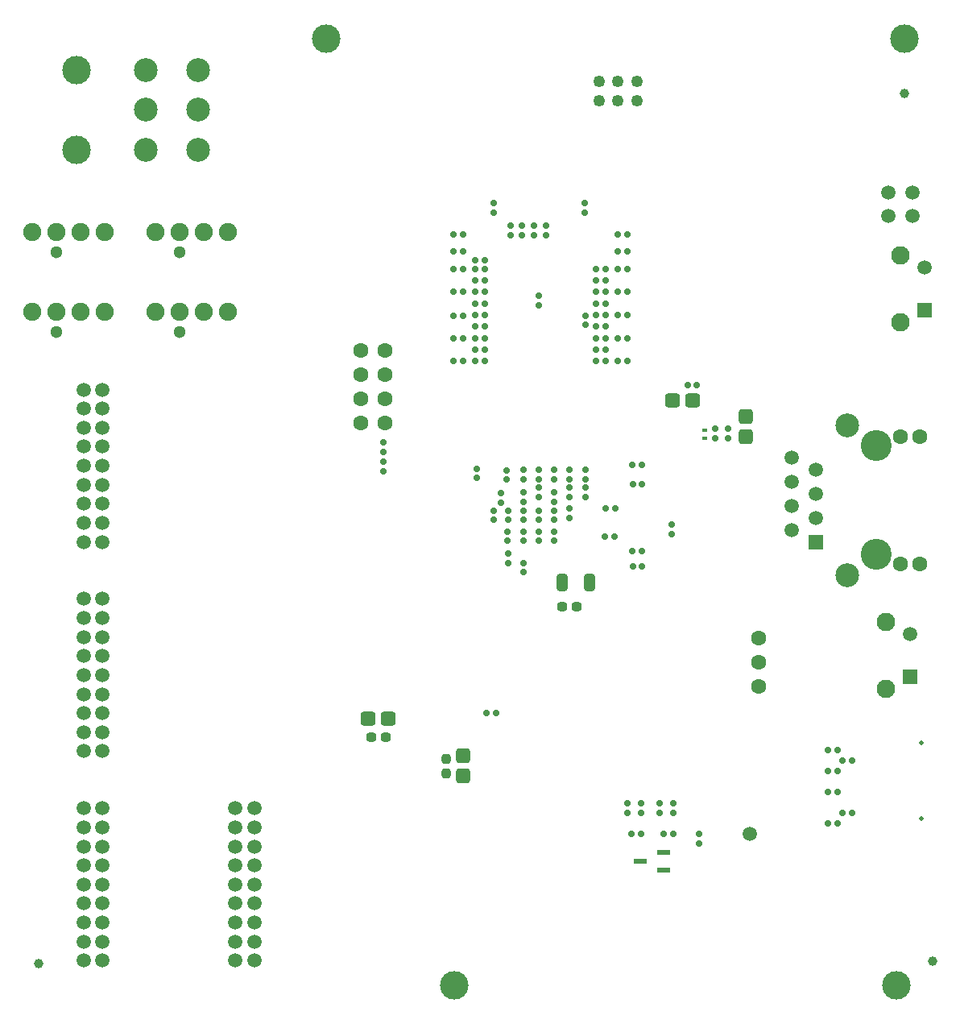
<source format=gbr>
G04*
G04 #@! TF.GenerationSoftware,Altium Limited,Altium Designer,24.2.2 (26)*
G04*
G04 Layer_Color=255*
%FSLAX44Y44*%
%MOMM*%
G71*
G04*
G04 #@! TF.SameCoordinates,D1F85D35-12B9-47B7-842E-F7ABDB1EEA32*
G04*
G04*
G04 #@! TF.FilePolarity,Positive*
G04*
G01*
G75*
G04:AMPARAMS|DCode=22|XSize=0.7mm|YSize=0.6mm|CornerRadius=0.15mm|HoleSize=0mm|Usage=FLASHONLY|Rotation=90.000|XOffset=0mm|YOffset=0mm|HoleType=Round|Shape=RoundedRectangle|*
%AMROUNDEDRECTD22*
21,1,0.7000,0.3000,0,0,90.0*
21,1,0.4000,0.6000,0,0,90.0*
1,1,0.3000,0.1500,0.2000*
1,1,0.3000,0.1500,-0.2000*
1,1,0.3000,-0.1500,-0.2000*
1,1,0.3000,-0.1500,0.2000*
%
%ADD22ROUNDEDRECTD22*%
G04:AMPARAMS|DCode=24|XSize=0.7mm|YSize=0.6mm|CornerRadius=0.15mm|HoleSize=0mm|Usage=FLASHONLY|Rotation=0.000|XOffset=0mm|YOffset=0mm|HoleType=Round|Shape=RoundedRectangle|*
%AMROUNDEDRECTD24*
21,1,0.7000,0.3000,0,0,0.0*
21,1,0.4000,0.6000,0,0,0.0*
1,1,0.3000,0.2000,-0.1500*
1,1,0.3000,-0.2000,-0.1500*
1,1,0.3000,-0.2000,0.1500*
1,1,0.3000,0.2000,0.1500*
%
%ADD24ROUNDEDRECTD24*%
G04:AMPARAMS|DCode=28|XSize=0.95mm|YSize=1mm|CornerRadius=0.2375mm|HoleSize=0mm|Usage=FLASHONLY|Rotation=90.000|XOffset=0mm|YOffset=0mm|HoleType=Round|Shape=RoundedRectangle|*
%AMROUNDEDRECTD28*
21,1,0.9500,0.5250,0,0,90.0*
21,1,0.4750,1.0000,0,0,90.0*
1,1,0.4750,0.2625,0.2375*
1,1,0.4750,0.2625,-0.2375*
1,1,0.4750,-0.2625,-0.2375*
1,1,0.4750,-0.2625,0.2375*
%
%ADD28ROUNDEDRECTD28*%
G04:AMPARAMS|DCode=30|XSize=0.95mm|YSize=1mm|CornerRadius=0.2375mm|HoleSize=0mm|Usage=FLASHONLY|Rotation=180.000|XOffset=0mm|YOffset=0mm|HoleType=Round|Shape=RoundedRectangle|*
%AMROUNDEDRECTD30*
21,1,0.9500,0.5250,0,0,180.0*
21,1,0.4750,1.0000,0,0,180.0*
1,1,0.4750,-0.2375,0.2625*
1,1,0.4750,0.2375,0.2625*
1,1,0.4750,0.2375,-0.2625*
1,1,0.4750,-0.2375,-0.2625*
%
%ADD30ROUNDEDRECTD30*%
G04:AMPARAMS|DCode=31|XSize=1.5mm|YSize=1.6mm|CornerRadius=0.375mm|HoleSize=0mm|Usage=FLASHONLY|Rotation=180.000|XOffset=0mm|YOffset=0mm|HoleType=Round|Shape=RoundedRectangle|*
%AMROUNDEDRECTD31*
21,1,1.5000,0.8500,0,0,180.0*
21,1,0.7500,1.6000,0,0,180.0*
1,1,0.7500,-0.3750,0.4250*
1,1,0.7500,0.3750,0.4250*
1,1,0.7500,0.3750,-0.4250*
1,1,0.7500,-0.3750,-0.4250*
%
%ADD31ROUNDEDRECTD31*%
%ADD94C,1.0000*%
%ADD104C,1.9000*%
%ADD105C,1.3000*%
%ADD106C,3.0000*%
%ADD107C,1.2500*%
%ADD108C,1.9500*%
%ADD109C,1.5080*%
%ADD110R,1.5080X1.5080*%
%ADD111C,1.5000*%
%ADD112C,1.6000*%
%ADD113C,0.5000*%
%ADD114R,1.5000X1.5000*%
%ADD115C,2.5000*%
%ADD116C,3.2500*%
G04:AMPARAMS|DCode=122|XSize=1.15mm|YSize=1.8mm|CornerRadius=0.2875mm|HoleSize=0mm|Usage=FLASHONLY|Rotation=180.000|XOffset=0mm|YOffset=0mm|HoleType=Round|Shape=RoundedRectangle|*
%AMROUNDEDRECTD122*
21,1,1.1500,1.2250,0,0,180.0*
21,1,0.5750,1.8000,0,0,180.0*
1,1,0.5750,-0.2875,0.6125*
1,1,0.5750,0.2875,0.6125*
1,1,0.5750,0.2875,-0.6125*
1,1,0.5750,-0.2875,-0.6125*
%
%ADD122ROUNDEDRECTD122*%
%ADD123R,1.3500X0.6000*%
%ADD124R,0.5000X0.4000*%
G04:AMPARAMS|DCode=125|XSize=1.5mm|YSize=1.6mm|CornerRadius=0.375mm|HoleSize=0mm|Usage=FLASHONLY|Rotation=90.000|XOffset=0mm|YOffset=0mm|HoleType=Round|Shape=RoundedRectangle|*
%AMROUNDEDRECTD125*
21,1,1.5000,0.8500,0,0,90.0*
21,1,0.7500,1.6000,0,0,90.0*
1,1,0.7500,0.4250,0.3750*
1,1,0.7500,0.4250,-0.3750*
1,1,0.7500,-0.4250,-0.3750*
1,1,0.7500,-0.4250,0.3750*
%
%ADD125ROUNDEDRECTD125*%
D22*
X499000Y812430D02*
D03*
X616000Y754500D02*
D03*
X499000Y802609D02*
D03*
X616000Y742375D02*
D03*
X499000Y790875D02*
D03*
Y718125D02*
D03*
X616000Y803000D02*
D03*
Y766625D02*
D03*
Y778750D02*
D03*
X499000Y730250D02*
D03*
X616000Y706000D02*
D03*
X499000D02*
D03*
X616000Y718125D02*
D03*
X499000Y742375D02*
D03*
X616000Y730250D02*
D03*
X499000Y766625D02*
D03*
Y754500D02*
D03*
X616000Y790875D02*
D03*
X499000Y778750D02*
D03*
X696852Y209000D02*
D03*
X686852D02*
D03*
X663000D02*
D03*
X653000D02*
D03*
X636000Y551000D02*
D03*
X626000D02*
D03*
X635000Y522000D02*
D03*
X625000D02*
D03*
X664183Y596548D02*
D03*
X654183D02*
D03*
X664466Y576484D02*
D03*
X654466D02*
D03*
X664000Y506000D02*
D03*
X654000D02*
D03*
X722000Y681000D02*
D03*
X712000D02*
D03*
X489000Y706000D02*
D03*
Y730250D02*
D03*
Y742375D02*
D03*
Y802609D02*
D03*
X476000Y838760D02*
D03*
X466000D02*
D03*
X476000Y821086D02*
D03*
X466000D02*
D03*
X476000Y803000D02*
D03*
X466000D02*
D03*
Y754000D02*
D03*
X476000D02*
D03*
X466000Y730000D02*
D03*
X476000D02*
D03*
X466000Y706000D02*
D03*
X476000D02*
D03*
X626000Y742375D02*
D03*
Y730250D02*
D03*
Y718125D02*
D03*
X649000Y706000D02*
D03*
X639000D02*
D03*
X649000Y730250D02*
D03*
X639000D02*
D03*
X649000Y754500D02*
D03*
X639000D02*
D03*
X626000Y766625D02*
D03*
Y803000D02*
D03*
Y778750D02*
D03*
X649000Y821086D02*
D03*
X639000D02*
D03*
X649000Y838760D02*
D03*
X639000D02*
D03*
X501000Y336000D02*
D03*
X511000D02*
D03*
X489000Y812430D02*
D03*
X626000Y706000D02*
D03*
Y790875D02*
D03*
Y754500D02*
D03*
X489000Y766625D02*
D03*
Y754500D02*
D03*
Y718125D02*
D03*
Y778750D02*
D03*
X639000Y778750D02*
D03*
X649000D02*
D03*
X476000Y779000D02*
D03*
X466000D02*
D03*
X639000Y803000D02*
D03*
X649000D02*
D03*
X654466Y490000D02*
D03*
X664466D02*
D03*
X489000Y790875D02*
D03*
X885000Y231000D02*
D03*
X875000D02*
D03*
X870000Y220000D02*
D03*
X860000D02*
D03*
X870000Y297000D02*
D03*
X860000D02*
D03*
X870000Y253000D02*
D03*
X860000D02*
D03*
X870000Y275000D02*
D03*
X860000D02*
D03*
X885000Y286000D02*
D03*
X875000D02*
D03*
D24*
X538333Y838000D02*
D03*
X563000D02*
D03*
X526000D02*
D03*
X605000Y754000D02*
D03*
X550667Y838000D02*
D03*
X649000Y241000D02*
D03*
Y231000D02*
D03*
X663000Y241000D02*
D03*
Y231000D02*
D03*
X682565Y241000D02*
D03*
Y231000D02*
D03*
X696852Y241000D02*
D03*
Y231000D02*
D03*
X724000Y199000D02*
D03*
Y209000D02*
D03*
X522000Y581367D02*
D03*
Y591367D02*
D03*
X539974Y581557D02*
D03*
Y591557D02*
D03*
X556180Y581694D02*
D03*
Y591694D02*
D03*
X572000Y581649D02*
D03*
Y591649D02*
D03*
X587957Y581649D02*
D03*
Y591649D02*
D03*
X604969Y581609D02*
D03*
Y591609D02*
D03*
X516000Y557000D02*
D03*
Y567000D02*
D03*
X540000Y568000D02*
D03*
Y558000D02*
D03*
X572000Y568000D02*
D03*
Y558000D02*
D03*
X605000Y563000D02*
D03*
Y573000D02*
D03*
X588000Y563000D02*
D03*
Y573000D02*
D03*
X556000Y563000D02*
D03*
Y573000D02*
D03*
X588000Y541000D02*
D03*
Y551000D02*
D03*
X572000Y549000D02*
D03*
Y539000D02*
D03*
X540000Y549000D02*
D03*
Y539000D02*
D03*
X556000Y549000D02*
D03*
Y539000D02*
D03*
X524000D02*
D03*
Y549000D02*
D03*
X508000Y539000D02*
D03*
Y549000D02*
D03*
X491000Y583000D02*
D03*
Y593000D02*
D03*
X523000Y517000D02*
D03*
Y527000D02*
D03*
X540000Y517000D02*
D03*
Y527000D02*
D03*
X556000D02*
D03*
Y517000D02*
D03*
X524000Y494000D02*
D03*
Y504000D02*
D03*
X540000Y484000D02*
D03*
Y494000D02*
D03*
X572000Y527000D02*
D03*
Y517000D02*
D03*
X741000Y625000D02*
D03*
Y635000D02*
D03*
X755000Y625000D02*
D03*
Y635000D02*
D03*
X392000Y600000D02*
D03*
Y590000D02*
D03*
X550667Y848000D02*
D03*
X563000D02*
D03*
X508000Y872000D02*
D03*
Y862000D02*
D03*
X603953Y872000D02*
D03*
Y862000D02*
D03*
X392000Y620811D02*
D03*
Y610811D02*
D03*
X695500Y524000D02*
D03*
Y534000D02*
D03*
X526000Y848000D02*
D03*
X538333D02*
D03*
X605000Y744000D02*
D03*
X556000Y775000D02*
D03*
Y765000D02*
D03*
D28*
X580500Y448000D02*
D03*
X595500D02*
D03*
X379646Y310461D02*
D03*
X394646D02*
D03*
D30*
X458146Y272961D02*
D03*
Y287961D02*
D03*
D31*
X773000Y626500D02*
D03*
Y647500D02*
D03*
X476146Y290961D02*
D03*
Y269961D02*
D03*
D94*
X30000Y73000D02*
D03*
X970000Y75000D02*
D03*
X940000Y987000D02*
D03*
D104*
X22900Y842000D02*
D03*
X48300D02*
D03*
X73700D02*
D03*
X99100D02*
D03*
X22900Y758000D02*
D03*
X48300D02*
D03*
X73700D02*
D03*
X99100D02*
D03*
X152600Y842000D02*
D03*
X178000D02*
D03*
X203400D02*
D03*
X228800D02*
D03*
X152600Y758000D02*
D03*
X178000D02*
D03*
X203400D02*
D03*
X228800D02*
D03*
D105*
X48300Y820400D02*
D03*
Y736400D02*
D03*
X178000Y820400D02*
D03*
Y736400D02*
D03*
D106*
X332000Y1045000D02*
D03*
X940000D02*
D03*
X932000Y50000D02*
D03*
X467000D02*
D03*
X70000Y927999D02*
D03*
Y1011998D02*
D03*
D107*
X659000Y980000D02*
D03*
Y1000000D02*
D03*
X639000Y980000D02*
D03*
Y1000000D02*
D03*
X619000Y980000D02*
D03*
Y1000000D02*
D03*
D108*
X921000Y432000D02*
D03*
Y362000D02*
D03*
X936000Y747000D02*
D03*
Y817000D02*
D03*
D109*
X946000Y419500D02*
D03*
X961000Y804500D02*
D03*
D110*
X946000Y374500D02*
D03*
X961000Y759500D02*
D03*
D111*
X778000Y209000D02*
D03*
X923218Y858184D02*
D03*
X948218D02*
D03*
X923218Y883184D02*
D03*
X948218D02*
D03*
X257000Y236053D02*
D03*
X237000D02*
D03*
X257000Y216053D02*
D03*
X237000D02*
D03*
X257000Y196053D02*
D03*
X237000D02*
D03*
X257000Y176053D02*
D03*
X237000D02*
D03*
X257000Y156053D02*
D03*
X237000D02*
D03*
X257000Y136053D02*
D03*
X237000D02*
D03*
X257000Y116053D02*
D03*
X237000D02*
D03*
X257000Y96053D02*
D03*
X237000D02*
D03*
X257000Y76053D02*
D03*
X237000D02*
D03*
X97000Y676060D02*
D03*
X77000D02*
D03*
X97000Y656060D02*
D03*
X77000D02*
D03*
X97000Y636060D02*
D03*
X77000D02*
D03*
X97000Y616060D02*
D03*
X77000D02*
D03*
X97000Y596060D02*
D03*
X77000D02*
D03*
X97000Y576060D02*
D03*
X77000D02*
D03*
X97000Y556060D02*
D03*
X77000D02*
D03*
X97000Y536060D02*
D03*
X77000D02*
D03*
X97000Y516060D02*
D03*
X77000D02*
D03*
X97000Y236053D02*
D03*
X77000D02*
D03*
X97000Y216053D02*
D03*
X77000D02*
D03*
X97000Y196053D02*
D03*
X77000D02*
D03*
X97000Y176053D02*
D03*
X77000D02*
D03*
X97000Y156053D02*
D03*
X77000D02*
D03*
X97000Y136053D02*
D03*
X77000D02*
D03*
X97000Y116053D02*
D03*
X77000D02*
D03*
X97000Y96053D02*
D03*
X77000D02*
D03*
X97000Y76053D02*
D03*
X77000D02*
D03*
X97000Y456060D02*
D03*
X77000D02*
D03*
X97000Y436060D02*
D03*
X77000D02*
D03*
X97000Y416060D02*
D03*
X77000D02*
D03*
X97000Y396060D02*
D03*
X77000D02*
D03*
X97000Y376060D02*
D03*
X77000D02*
D03*
X97000Y356060D02*
D03*
X77000D02*
D03*
X97000Y336060D02*
D03*
X77000D02*
D03*
X97000Y316060D02*
D03*
X77000D02*
D03*
X97000Y296060D02*
D03*
X77000D02*
D03*
X821400Y604200D02*
D03*
X846800Y591500D02*
D03*
X821400Y528000D02*
D03*
Y553400D02*
D03*
Y578800D02*
D03*
X846800Y540700D02*
D03*
Y566100D02*
D03*
D112*
X368300Y717100D02*
D03*
X393700D02*
D03*
X368300Y691700D02*
D03*
X393700D02*
D03*
X368300Y666300D02*
D03*
X393700Y640900D02*
D03*
X368300D02*
D03*
X393700Y666300D02*
D03*
X787000Y364200D02*
D03*
Y389600D02*
D03*
Y415000D02*
D03*
X956000Y627000D02*
D03*
X935700Y492500D02*
D03*
Y627000D02*
D03*
X956000Y492500D02*
D03*
D113*
X958000Y305000D02*
D03*
Y225000D02*
D03*
D114*
X846800Y515300D02*
D03*
D115*
X879800Y638500D02*
D03*
Y481000D02*
D03*
X143000Y927998D02*
D03*
X198000D02*
D03*
Y969998D02*
D03*
X143000D02*
D03*
X198000Y1011998D02*
D03*
X143000D02*
D03*
D116*
X910300Y616900D02*
D03*
Y502600D02*
D03*
D122*
X580447Y473096D02*
D03*
X609447D02*
D03*
D123*
X686852Y190123D02*
D03*
Y171123D02*
D03*
X662852Y180623D02*
D03*
D124*
X730000Y633000D02*
D03*
Y625000D02*
D03*
D125*
X717500Y665000D02*
D03*
X696500D02*
D03*
X397646Y330461D02*
D03*
X376646D02*
D03*
M02*

</source>
